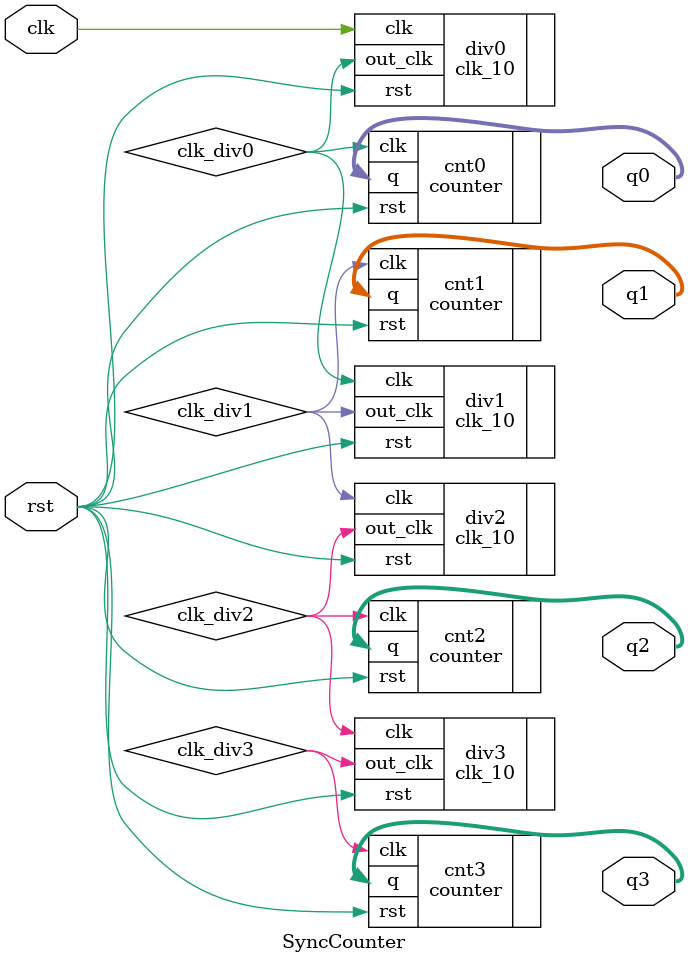
<source format=v>
module SyncCounter (
    input wire rst,     
    input wire clk,      
    output wire [3:0] q0,
    output wire [3:0] q1, 
    output wire [3:0] q2, 
    output wire [3:0] q3  
);

    wire clk_div0;
    wire clk_div1;
    wire clk_div2;
    wire clk_div3;

    clk_10 div0 (.rst(rst), .clk(clk), .out_clk(clk_div0));
    clk_10 div1 (.rst(rst), .clk(clk_div0),  .out_clk(clk_div1));
    clk_10 div2 (.rst(rst), .clk(clk_div1), .out_clk(clk_div2));
    clk_10 div3 (.rst(rst), .clk(clk_div2), .out_clk(clk_div3));

    counter cnt0 (.rst(rst), .clk(clk_div0), .q(q0));
    counter cnt1 (.rst(rst), .clk(clk_div1), .q(q1));
    counter cnt2 (.rst(rst), .clk(clk_div2), .q(q2));
    counter cnt3 (.rst(rst), .clk(clk_div3), .q(q3));

endmodule

</source>
